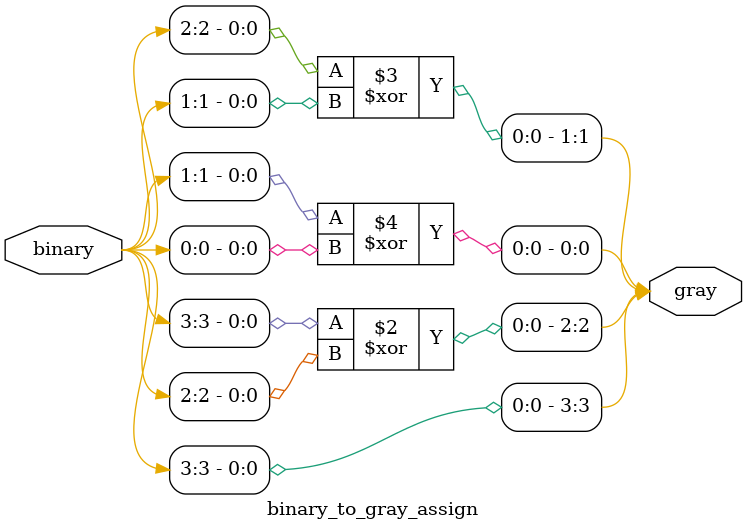
<source format=v>
module binary_to_gray_assign (
    input [3:0] binary,
    output reg [3:0] gray
);

    always @(binary) begin
        gray[3] = binary[3];
        gray[2] = binary[3] ^ binary[2];
        gray[1] = binary[2] ^ binary[1];
        gray[0] = binary[1] ^ binary[0];
    end

endmodule

</source>
